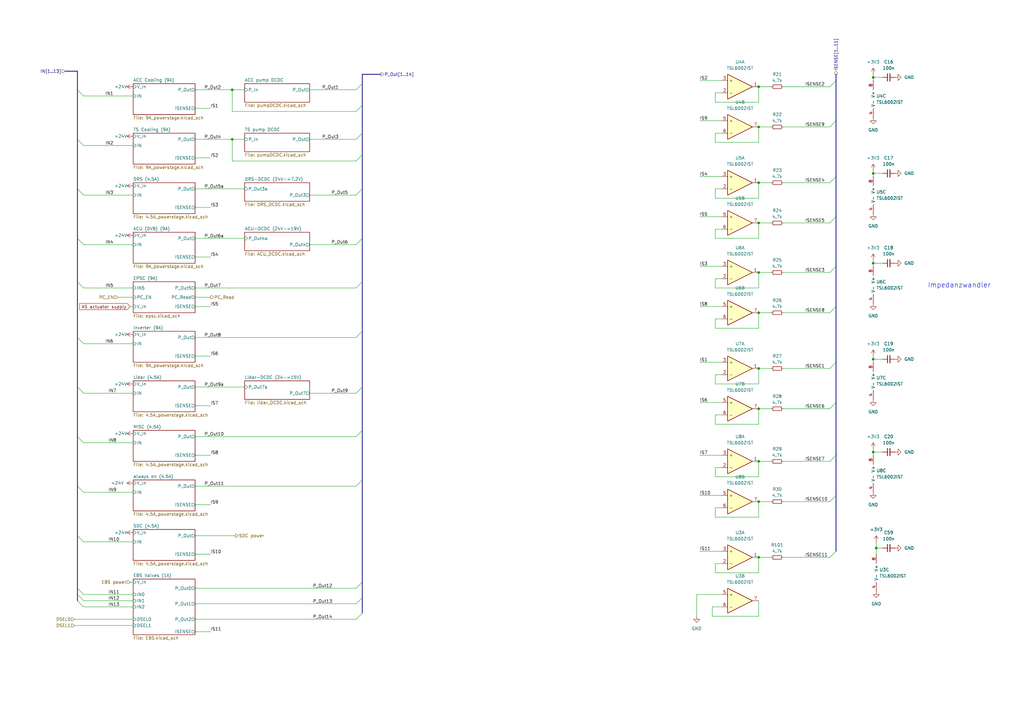
<source format=kicad_sch>
(kicad_sch (version 20231120) (generator "eeschema") (generator_version "8.0")
  (paper "A3")
  (title_block (title "PDU FT25") (date "2025-01-15") (rev "V1.2") (company "Janek Herm") (comment 1 "FaSTTUBe Electronics"))
  (lib_symbols
    (symbol "Device:C_Small" (pin_numbers hide) (pin_names (offset 0.254) hide)
      (property "Reference" "C" (at 0.254 1.778 0))
      (property "Value" "C_Small" (at 0.254 -2.032 0))
      (symbol "C_Small_0_1"
        (polyline (pts (xy -1.524 -0.508) (xy 1.524 -0.508)) (stroke (width 0.3302)))
        (polyline (pts (xy -1.524 0.508) (xy 1.524 0.508)) (stroke (width 0.3048)))
      )
      (symbol "C_Small_1_1"
        (pin passive line (at 0 2.54 270) (length 2.032) (name "~") (number "1"))
        (pin passive line (at 0 -2.54 90) (length 2.032) (name "~") (number "2"))
      )
    )
    (symbol "Device:Opamp_Dual"
      (property "Reference" "U" (at 0 5.08 0))
      (property "Value" "Opamp_Dual" (at 0 -5.08 0))
      (symbol "Opamp_Dual_1_1"
        (polyline (pts (xy -5.08 5.08) (xy 5.08 0) (xy -5.08 -5.08) (xy -5.08 5.08)) (stroke (width 0.254)) (fill (type background)))
        (pin output line (at 7.62 0 180) (length 2.54) (name "~") (number "1"))
        (pin input line (at -7.62 -2.54 0) (length 2.54) (name "-") (number "2"))
        (pin input line (at -7.62 2.54 0) (length 2.54) (name "+") (number "3"))
      )
      (symbol "Opamp_Dual_2_1"
        (polyline (pts (xy -5.08 5.08) (xy 5.08 0) (xy -5.08 -5.08) (xy -5.08 5.08)) (stroke (width 0.254)) (fill (type background)))
        (pin input line (at -7.62 2.54 0) (length 2.54) (name "+") (number "5"))
        (pin input line (at -7.62 -2.54 0) (length 2.54) (name "-") (number "6"))
        (pin output line (at 7.62 0 180) (length 2.54) (name "~") (number "7"))
      )
      (symbol "Opamp_Dual_3_1"
        (pin power_in line (at -2.54 -7.62 90) (length 3.81) (name "V-") (number "4"))
        (pin power_in line (at -2.54 7.62 270) (length 3.81) (name "V+") (number "8"))
      )
    )
    (symbol "Device:R_Small" (pin_numbers hide) (pin_names (offset 0.254) hide)
      (property "Reference" "R" (at 0.762 0.508 0))
      (property "Value" "R_Small" (at 0.762 -1.016 0))
      (symbol "R_Small_0_1"
        (rectangle (start -0.762 1.778) (end 0.762 -1.778) (stroke (width 0.2032)))
      )
      (symbol "R_Small_1_1"
        (pin passive line (at 0 2.54 270) (length 0.762) (name "~") (number "1"))
        (pin passive line (at 0 -2.54 90) (length 0.762) (name "~") (number "2"))
      )
    )
    (symbol "power:+12V" (power) (pin_numbers hide) (pin_names (offset 0) hide)
      (property "Value" "+12V" (at 0 3.556 0))
      (symbol "+12V_0_1"
        (polyline (pts (xy -0.762 1.27) (xy 0 2.54)))
        (polyline (pts (xy 0 0) (xy 0 2.54)))
        (polyline (pts (xy 0 2.54) (xy 0.762 1.27)))
      )
      (symbol "+12V_1_1"
        (pin power_in line (at 0 0 90) (length 0) (name "~") (number "1"))
      )
    )
    (symbol "power:+24V" (power) (pin_numbers hide) (pin_names (offset 0) hide)
      (property "Value" "+24V" (at 0 3.556 0))
      (symbol "+24V_0_1"
        (polyline (pts (xy -0.762 1.27) (xy 0 2.54)))
        (polyline (pts (xy 0 0) (xy 0 2.54)))
        (polyline (pts (xy 0 2.54) (xy 0.762 1.27)))
      )
      (symbol "+24V_1_1"
        (pin power_in line (at 0 0 90) (length 0) (name "~") (number "1"))
      )
    )
    (symbol "power:+3.3V" (power) (pin_numbers hide) (pin_names (offset 0) hide)
      (property "Value" "+3.3V" (at 0 3.556 0))
      (symbol "+3.3V_0_1"
        (polyline (pts (xy -0.762 1.27) (xy 0 2.54)))
        (polyline (pts (xy 0 0) (xy 0 2.54)))
        (polyline (pts (xy 0 2.54) (xy 0.762 1.27)))
      )
      (symbol "+3.3V_1_1"
        (pin power_in line (at 0 0 90) (length 0) (name "~") (number "1"))
      )
    )
    (symbol "power:GND" (power) (pin_numbers hide) (pin_names (offset 0) hide)
      (property "Value" "GND" (at 0 -3.81 0))
      (symbol "GND_0_1"
        (polyline (pts (xy 0 0) (xy 0 -1.27) (xy 1.27 -1.27) (xy 0 -2.54) (xy -1.27 -1.27) (xy 0 -1.27)))
      )
      (symbol "GND_1_1"
        (pin power_in line (at 0 0 270) (length 0) (name "~") (number "1"))
      )
    )
  )
  (junction (at 311.15 111.76))
  (junction (at 358.14 71.12))
  (junction (at 358.14 31.75))
  (junction (at 358.14 185.42))
  (junction (at 311.15 128.27))
  (junction (at 95.25 36.83))
  (junction (at 95.25 57.15))
  (junction (at 311.15 52.07))
  (junction (at 311.15 205.74))
  (junction (at 311.15 228.6))
  (junction (at 359.41 224.79))
  (junction (at 311.15 151.13))
  (junction (at 311.15 91.44))
  (junction (at 311.15 35.56))
  (junction (at 358.14 147.32))
  (junction (at 358.14 107.95))
  (junction (at 311.15 74.93))
  (junction (at 311.15 189.23))
  (junction (at 311.15 167.64))
  (bus_entry (at 340.36 228.6) (size 2.54 -2.54))
  (bus_entry (at 31.75 199.39) (size 2.54 2.54))
  (bus_entry (at 34.29 80.01) (size -2.54 -2.54))
  (bus_entry (at 31.75 219.71) (size 2.54 2.54))
  (bus_entry (at 146.05 254) (size 2.54 -2.54))
  (bus_entry (at 34.29 140.97) (size -2.54 -2.54))
  (bus_entry (at 146.05 247.65) (size 2.54 -2.54))
  (bus_entry (at 340.36 151.13) (size 2.54 -2.54))
  (bus_entry (at 146.05 179.07) (size 2.54 -2.54))
  (bus_entry (at 340.36 189.23) (size 2.54 -2.54))
  (bus_entry (at 146.05 100.33) (size 2.54 -2.54))
  (bus_entry (at 146.05 199.39) (size 2.54 -2.54))
  (bus_entry (at 340.36 111.76) (size 2.54 -2.54))
  (bus_entry (at 340.36 205.74) (size 2.54 -2.54))
  (bus_entry (at 340.36 74.93) (size 2.54 -2.54))
  (bus_entry (at 34.29 118.11) (size -2.54 -2.54))
  (bus_entry (at 146.05 118.11) (size 2.54 -2.54))
  (bus_entry (at 340.36 52.07) (size 2.54 -2.54))
  (bus_entry (at 34.29 100.33) (size -2.54 -2.54))
  (bus_entry (at 146.05 57.15) (size 2.54 -2.54))
  (bus_entry (at 146.05 161.29) (size 2.54 -2.54))
  (bus_entry (at 146.05 66.04) (size 2.54 -2.54))
  (bus_entry (at 146.05 241.3) (size 2.54 -2.54))
  (bus_entry (at 340.36 167.64) (size 2.54 -2.54))
  (bus_entry (at 31.75 179.07) (size 2.54 2.54))
  (bus_entry (at 34.29 39.37) (size -2.54 -2.54))
  (bus_entry (at 146.05 80.01) (size 2.54 -2.54))
  (bus_entry (at 340.36 91.44) (size 2.54 -2.54))
  (bus_entry (at 31.75 243.84) (size 2.54 2.54))
  (bus_entry (at 31.75 246.38) (size 2.54 2.54))
  (bus_entry (at 31.75 241.3) (size 2.54 2.54))
  (bus_entry (at 146.05 45.72) (size 2.54 -2.54))
  (bus_entry (at 340.36 128.27) (size 2.54 -2.54))
  (bus_entry (at 340.36 35.56) (size 2.54 -2.54))
  (bus_entry (at 34.29 59.69) (size -2.54 -2.54))
  (bus_entry (at 146.05 138.43) (size 2.54 -2.54))
  (bus_entry (at 146.05 36.83) (size 2.54 -2.54))
  (bus_entry (at 31.75 158.75) (size 2.54 2.54))
  (wire (pts (xy 293.37 130.81) (xy 293.37 134.62)))
  (bus (pts (xy 342.9 88.9) (xy 342.9 109.22)))
  (wire (pts (xy 311.15 189.23) (xy 311.15 195.58)))
  (bus (pts (xy 342.9 125.73) (xy 342.9 148.59)))
  (wire (pts (xy 321.31 52.07) (xy 340.36 52.07)))
  (wire (pts (xy 311.15 151.13) (xy 311.15 157.48)))
  (wire (pts (xy 34.29 100.33) (xy 54.61 100.33)))
  (wire (pts (xy 311.15 234.95) (xy 311.15 228.6)))
  (wire (pts (xy 321.31 205.74) (xy 340.36 205.74)))
  (bus (pts (xy 342.9 148.59) (xy 342.9 165.1)))
  (bus (pts (xy 31.75 243.84) (xy 31.75 246.38)))
  (wire (pts (xy 358.14 30.48) (xy 358.14 31.75)))
  (wire (pts (xy 311.15 205.74) (xy 311.15 212.09)))
  (wire (pts (xy 359.41 224.79) (xy 361.95 224.79)))
  (wire (pts (xy 295.91 248.92) (xy 292.1 248.92)))
  (wire (pts (xy 311.15 128.27) (xy 311.15 134.62)))
  (wire (pts (xy 293.37 81.28) (xy 311.15 81.28)))
  (bus (pts (xy 31.75 241.3) (xy 31.75 243.84)))
  (wire (pts (xy 293.37 54.61) (xy 293.37 58.42)))
  (wire (pts (xy 311.15 74.93) (xy 316.23 74.93)))
  (wire (pts (xy 287.02 33.02) (xy 295.91 33.02)))
  (wire (pts (xy 287.02 226.06) (xy 295.91 226.06)))
  (wire (pts (xy 311.15 189.23) (xy 316.23 189.23)))
  (wire (pts (xy 95.25 45.72) (xy 146.05 45.72)))
  (wire (pts (xy 95.25 36.83) (xy 100.33 36.83)))
  (wire (pts (xy 293.37 195.58) (xy 311.15 195.58)))
  (wire (pts (xy 80.01 146.05) (xy 86.36 146.05)))
  (bus (pts (xy 148.59 63.5) (xy 148.59 77.47)))
  (wire (pts (xy 295.91 231.14) (xy 293.37 231.14)))
  (wire (pts (xy 292.1 248.92) (xy 292.1 252.73)))
  (wire (pts (xy 53.34 238.76) (xy 54.61 238.76)))
  (wire (pts (xy 34.29 80.01) (xy 54.61 80.01)))
  (wire (pts (xy 295.91 114.3) (xy 293.37 114.3)))
  (wire (pts (xy 285.75 243.84) (xy 295.91 243.84)))
  (wire (pts (xy 295.91 191.77) (xy 293.37 191.77)))
  (wire (pts (xy 311.15 35.56) (xy 316.23 35.56)))
  (wire (pts (xy 295.91 130.81) (xy 293.37 130.81)))
  (wire (pts (xy 295.91 54.61) (xy 293.37 54.61)))
  (wire (pts (xy 311.15 111.76) (xy 316.23 111.76)))
  (bus (pts (xy 148.59 238.76) (xy 148.59 245.11)))
  (wire (pts (xy 295.91 170.18) (xy 293.37 170.18)))
  (wire (pts (xy 287.02 148.59) (xy 295.91 148.59)))
  (bus (pts (xy 156.21 30.48) (xy 148.59 30.48)))
  (wire (pts (xy 358.14 107.95) (xy 361.95 107.95)))
  (wire (pts (xy 295.91 208.28) (xy 293.37 208.28)))
  (wire (pts (xy 358.14 69.85) (xy 358.14 71.12)))
  (wire (pts (xy 293.37 212.09) (xy 311.15 212.09)))
  (wire (pts (xy 30.48 254) (xy 54.61 254)))
  (wire (pts (xy 80.01 77.47) (xy 100.33 77.47)))
  (bus (pts (xy 342.9 72.39) (xy 342.9 88.9)))
  (wire (pts (xy 80.01 44.45) (xy 86.36 44.45)))
  (bus (pts (xy 148.59 158.75) (xy 148.59 176.53)))
  (wire (pts (xy 321.31 151.13) (xy 340.36 151.13)))
  (wire (pts (xy 358.14 185.42) (xy 358.14 186.69)))
  (wire (pts (xy 321.31 228.6) (xy 340.36 228.6)))
  (wire (pts (xy 127 57.15) (xy 146.05 57.15)))
  (wire (pts (xy 80.01 179.07) (xy 146.05 179.07)))
  (wire (pts (xy 287.02 125.73) (xy 295.91 125.73)))
  (wire (pts (xy 287.02 109.22) (xy 295.91 109.22)))
  (wire (pts (xy 358.14 71.12) (xy 361.95 71.12)))
  (wire (pts (xy 80.01 138.43) (xy 146.05 138.43)))
  (bus (pts (xy 342.9 109.22) (xy 342.9 125.73)))
  (wire (pts (xy 311.15 167.64) (xy 316.23 167.64)))
  (wire (pts (xy 311.15 52.07) (xy 311.15 58.42)))
  (wire (pts (xy 358.14 31.75) (xy 361.95 31.75)))
  (wire (pts (xy 34.29 243.84) (xy 54.61 243.84)))
  (bus (pts (xy 31.75 57.15) (xy 31.75 77.47)))
  (bus (pts (xy 31.75 29.21) (xy 31.75 36.83)))
  (wire (pts (xy 321.31 128.27) (xy 340.36 128.27)))
  (bus (pts (xy 148.59 196.85) (xy 148.59 238.76)))
  (wire (pts (xy 287.02 72.39) (xy 295.91 72.39)))
  (wire (pts (xy 311.15 52.07) (xy 316.23 52.07)))
  (wire (pts (xy 80.01 105.41) (xy 86.36 105.41)))
  (wire (pts (xy 359.41 222.25) (xy 359.41 224.79)))
  (wire (pts (xy 293.37 157.48) (xy 311.15 157.48)))
  (wire (pts (xy 311.15 205.74) (xy 316.23 205.74)))
  (wire (pts (xy 80.01 125.73) (xy 86.36 125.73)))
  (wire (pts (xy 293.37 97.79) (xy 311.15 97.79)))
  (wire (pts (xy 80.01 158.75) (xy 100.33 158.75)))
  (wire (pts (xy 295.91 93.98) (xy 293.37 93.98)))
  (bus (pts (xy 31.75 179.07) (xy 31.75 199.39)))
  (wire (pts (xy 80.01 207.01) (xy 86.36 207.01)))
  (bus (pts (xy 26.67 29.21) (xy 31.75 29.21)))
  (wire (pts (xy 287.02 186.69) (xy 295.91 186.69)))
  (wire (pts (xy 293.37 58.42) (xy 311.15 58.42)))
  (bus (pts (xy 31.75 97.79) (xy 31.75 115.57)))
  (wire (pts (xy 293.37 234.95) (xy 311.15 234.95)))
  (bus (pts (xy 148.59 176.53) (xy 148.59 196.85)))
  (wire (pts (xy 34.29 59.69) (xy 54.61 59.69)))
  (bus (pts (xy 342.9 186.69) (xy 342.9 203.2)))
  (wire (pts (xy 358.14 147.32) (xy 358.14 148.59)))
  (wire (pts (xy 295.91 153.67) (xy 293.37 153.67)))
  (bus (pts (xy 31.75 219.71) (xy 31.75 241.3)))
  (wire (pts (xy 292.1 252.73) (xy 311.15 252.73)))
  (wire (pts (xy 321.31 91.44) (xy 340.36 91.44)))
  (wire (pts (xy 285.75 243.84) (xy 285.75 252.73)))
  (bus (pts (xy 148.59 245.11) (xy 148.59 251.46)))
  (wire (pts (xy 80.01 247.65) (xy 146.05 247.65)))
  (wire (pts (xy 293.37 153.67) (xy 293.37 157.48)))
  (wire (pts (xy 34.29 39.37) (xy 54.61 39.37)))
  (wire (pts (xy 293.37 38.1) (xy 293.37 41.91)))
  (wire (pts (xy 34.29 222.25) (xy 54.61 222.25)))
  (wire (pts (xy 293.37 208.28) (xy 293.37 212.09)))
  (wire (pts (xy 80.01 64.77) (xy 86.36 64.77)))
  (wire (pts (xy 95.25 57.15) (xy 95.25 66.04)))
  (bus (pts (xy 342.9 165.1) (xy 342.9 186.69)))
  (wire (pts (xy 80.01 254) (xy 146.05 254)))
  (wire (pts (xy 34.29 118.11) (xy 54.61 118.11)))
  (wire (pts (xy 30.48 256.54) (xy 54.61 256.54)))
  (wire (pts (xy 311.15 252.73) (xy 311.15 246.38)))
  (wire (pts (xy 358.14 184.15) (xy 358.14 185.42)))
  (wire (pts (xy 321.31 74.93) (xy 340.36 74.93)))
  (wire (pts (xy 358.14 71.12) (xy 358.14 72.39)))
  (wire (pts (xy 293.37 134.62) (xy 311.15 134.62)))
  (bus (pts (xy 148.59 43.18) (xy 148.59 54.61)))
  (wire (pts (xy 287.02 165.1) (xy 295.91 165.1)))
  (bus (pts (xy 148.59 77.47) (xy 148.59 97.79)))
  (wire (pts (xy 311.15 111.76) (xy 311.15 118.11)))
  (wire (pts (xy 321.31 111.76) (xy 340.36 111.76)))
  (wire (pts (xy 287.02 49.53) (xy 295.91 49.53)))
  (wire (pts (xy 80.01 121.92) (xy 86.36 121.92)))
  (wire (pts (xy 80.01 118.11) (xy 146.05 118.11)))
  (bus (pts (xy 31.75 158.75) (xy 31.75 179.07)))
  (wire (pts (xy 295.91 77.47) (xy 293.37 77.47)))
  (wire (pts (xy 293.37 170.18) (xy 293.37 173.99)))
  (bus (pts (xy 342.9 33.02) (xy 342.9 49.53)))
  (wire (pts (xy 80.01 219.71) (xy 96.52 219.71)))
  (wire (pts (xy 127 100.33) (xy 146.05 100.33)))
  (bus (pts (xy 31.75 36.83) (xy 31.75 57.15)))
  (wire (pts (xy 95.25 66.04) (xy 146.05 66.04)))
  (wire (pts (xy 34.29 181.61) (xy 54.61 181.61)))
  (wire (pts (xy 293.37 41.91) (xy 311.15 41.91)))
  (wire (pts (xy 293.37 118.11) (xy 311.15 118.11)))
  (wire (pts (xy 34.29 246.38) (xy 54.61 246.38)))
  (bus (pts (xy 342.9 203.2) (xy 342.9 226.06)))
  (wire (pts (xy 293.37 231.14) (xy 293.37 234.95)))
  (wire (pts (xy 358.14 185.42) (xy 361.95 185.42)))
  (bus (pts (xy 148.59 135.89) (xy 148.59 158.75)))
  (wire (pts (xy 53.34 125.73) (xy 54.61 125.73)))
  (wire (pts (xy 311.15 74.93) (xy 311.15 81.28)))
  (wire (pts (xy 80.01 36.83) (xy 95.25 36.83)))
  (wire (pts (xy 95.25 57.15) (xy 100.33 57.15)))
  (wire (pts (xy 293.37 93.98) (xy 293.37 97.79)))
  (wire (pts (xy 295.91 38.1) (xy 293.37 38.1)))
  (bus (pts (xy 148.59 34.29) (xy 148.59 43.18)))
  (wire (pts (xy 54.61 201.93) (xy 34.29 201.93)))
  (wire (pts (xy 358.14 147.32) (xy 361.95 147.32)))
  (wire (pts (xy 293.37 173.99) (xy 311.15 173.99)))
  (wire (pts (xy 127 80.01) (xy 146.05 80.01)))
  (wire (pts (xy 80.01 199.39) (xy 146.05 199.39)))
  (wire (pts (xy 80.01 57.15) (xy 95.25 57.15)))
  (bus (pts (xy 31.75 77.47) (xy 31.75 97.79)))
  (wire (pts (xy 293.37 191.77) (xy 293.37 195.58)))
  (bus (pts (xy 342.9 49.53) (xy 342.9 72.39)))
  (bus (pts (xy 148.59 97.79) (xy 148.59 115.57)))
  (bus (pts (xy 148.59 30.48) (xy 148.59 34.29)))
  (wire (pts (xy 80.01 186.69) (xy 86.36 186.69)))
  (wire (pts (xy 287.02 203.2) (xy 295.91 203.2)))
  (bus (pts (xy 148.59 115.57) (xy 148.59 135.89)))
  (wire (pts (xy 321.31 35.56) (xy 340.36 35.56)))
  (wire (pts (xy 358.14 146.05) (xy 358.14 147.32)))
  (wire (pts (xy 80.01 241.3) (xy 146.05 241.3)))
  (wire (pts (xy 80.01 259.08) (xy 86.36 259.08)))
  (bus (pts (xy 31.75 199.39) (xy 31.75 219.71)))
  (bus (pts (xy 31.75 138.43) (xy 31.75 158.75)))
  (wire (pts (xy 311.15 91.44) (xy 311.15 97.79)))
  (wire (pts (xy 80.01 166.37) (xy 86.36 166.37)))
  (wire (pts (xy 311.15 167.64) (xy 311.15 173.99)))
  (wire (pts (xy 358.14 31.75) (xy 358.14 33.02)))
  (wire (pts (xy 311.15 91.44) (xy 316.23 91.44)))
  (wire (pts (xy 34.29 140.97) (xy 54.61 140.97)))
  (wire (pts (xy 321.31 189.23) (xy 340.36 189.23)))
  (wire (pts (xy 359.41 224.79) (xy 359.41 227.33)))
  (wire (pts (xy 358.14 106.68) (xy 358.14 107.95)))
  (wire (pts (xy 95.25 36.83) (xy 95.25 45.72)))
  (wire (pts (xy 311.15 35.56) (xy 311.15 41.91)))
  (wire (pts (xy 293.37 77.47) (xy 293.37 81.28)))
  (wire (pts (xy 80.01 227.33) (xy 86.36 227.33)))
  (wire (pts (xy 287.02 88.9) (xy 295.91 88.9)))
  (bus (pts (xy 31.75 115.57) (xy 31.75 138.43)))
  (wire (pts (xy 311.15 151.13) (xy 316.23 151.13)))
  (wire (pts (xy 34.29 161.29) (xy 54.61 161.29)))
  (wire (pts (xy 358.14 107.95) (xy 358.14 109.22)))
  (wire (pts (xy 34.29 248.92) (xy 54.61 248.92)))
  (wire (pts (xy 321.31 167.64) (xy 340.36 167.64)))
  (wire (pts (xy 80.01 85.09) (xy 86.36 85.09)))
  (wire (pts (xy 80.01 97.79) (xy 100.33 97.79)))
  (bus (pts (xy 148.59 54.61) (xy 148.59 63.5)))
  (wire (pts (xy 311.15 128.27) (xy 316.23 128.27)))
  (wire (pts (xy 127 161.29) (xy 146.05 161.29)))
  (wire (pts (xy 293.37 114.3) (xy 293.37 118.11)))
  (wire (pts (xy 48.26 121.92) (xy 54.61 121.92)))
  (wire (pts (xy 311.15 228.6) (xy 316.23 228.6)))
  (wire (pts (xy 127 36.83) (xy 146.05 36.83)))
  (bus (pts (xy 342.9 30.48) (xy 342.9 33.02)))
  (text "Impedanzwandler" (at 393.446 117.094 0) (effects (font (size 2 2))))
  (label "P_Out10" (at 83.82 179.07 0))
  (label "ISENSE10" (at 330.2 205.74 0))
  (label "IS2" (at 86.36 64.77 0))
  (label "IN2" (at 43.18 59.69 0))
  (label "IS6" (at 86.36 146.05 0))
  (label "P_Out7" (at 83.82 118.11 0))
  (label "IS10" (at 287.02 203.2 0))
  (label "P_Out14" (at 128.27 254 0))
  (label "IS1" (at 86.36 44.45 0))
  (label "ISENSE9" (at 330.2 52.07 0))
  (label "IS7" (at 86.36 166.37 0))
  (label "P_Out2" (at 83.82 36.83 0))
  (label "IN4" (at 43.18 100.33 0))
  (label "IN10" (at 44.45 222.25 0))
  (label "IS5" (at 86.36 125.73 0))
  (label "P_Out4" (at 83.82 57.15 0))
  (label "IS9" (at 287.02 49.53 0))
  (label "IS7" (at 287.02 186.69 0))
  (label "P_Out9a" (at 83.82 158.75 0))
  (label "IN8" (at 44.45 181.61 0))
  (label "IS1" (at 287.02 148.59 0))
  (label "IN13" (at 44.45 248.92 0))
  (label "IS8" (at 86.36 186.69 0))
  (label "IS2" (at 287.02 33.02 0))
  (label "IS3" (at 287.02 109.22 0))
  (label "P_Out5" (at 135.89 80.01 0))
  (label "IS11" (at 287.02 226.06 0))
  (label "ISENSE4" (at 330.2 74.93 0))
  (label "IN6" (at 43.18 140.97 0))
  (label "IS5" (at 287.02 88.9 0))
  (label "IS8" (at 287.02 125.73 0))
  (label "P_Out1" (at 132.08 36.83 0))
  (label "P_Out5a" (at 83.82 77.47 0))
  (label "P_Out8" (at 83.82 138.43 0))
  (label "IS10" (at 86.36 227.33 0))
  (label "P_Out3" (at 132.08 57.15 0))
  (label "IN9" (at 44.45 201.93 0))
  (label "IN3" (at 43.18 80.01 0))
  (label "IS6" (at 287.02 165.1 0))
  (label "IS4" (at 86.36 105.41 0))
  (label "P_Out9" (at 135.89 161.29 0))
  (label "ISENSE3" (at 330.2 111.76 0))
  (label "ISENSE11" (at 330.2 228.6 0))
  (label "IN12" (at 44.45 246.38 0))
  (label "P_Out13" (at 128.27 247.65 0))
  (label "P_Out6" (at 135.89 100.33 0))
  (label "IS4" (at 287.02 72.39 0))
  (label "P_Out11" (at 83.82 199.39 0))
  (label "IS9" (at 86.36 207.01 0))
  (label "IN7" (at 44.45 161.29 0))
  (label "ISENSE2" (at 330.2 35.56 0))
  (label "P_Out12" (at 128.27 241.3 0))
  (label "IS3" (at 86.36 85.09 0))
  (label "IN1" (at 43.18 39.37 0))
  (label "ISENSE8" (at 330.2 128.27 0))
  (label "ISENSE1" (at 330.2 151.13 0))
  (label "P_Out6a" (at 83.82 97.79 0))
  (label "ISENSE7" (at 330.2 189.23 0))
  (label "IN5" (at 43.18 118.11 0))
  (label "IS11" (at 86.36 259.08 0))
  (label "IN11" (at 44.45 243.84 0))
  (label "ISENSE5" (at 330.2 91.44 0))
  (label "ISENSE6" (at 330.2 167.64 0))
  (global_label "AS actuator supply" (shape input) (at 53.34 125.73 180) (property "Intersheetrefs" "${INTERSHEET_REFS}" (effects (hide yes))))
  (hierarchical_label "PC_EN" (shape input) (at 48.26 121.92 180))
  (hierarchical_label "ISENSE[1..11]" (shape output) (at 342.9 30.48 90))
  (hierarchical_label "PC_Read" (shape output) (at 86.36 121.92 0))
  (hierarchical_label "DSEL0" (shape input) (at 30.48 254 180))
  (hierarchical_label "DSEL1" (shape input) (at 30.48 256.54 180))
  (hierarchical_label "P_Out[1..14]" (shape output) (at 156.21 30.48 0))
  (hierarchical_label "IN[1..13]" (shape input) (at 26.67 29.21 180))
  (hierarchical_label "SDC power" (shape output) (at 96.52 219.71 0))
  (hierarchical_label "EBS power" (shape input) (at 53.34 238.76 180) (effects (font (thickness 0.1588))))
  (symbol (lib_id "power:GND") (at 367.03 147.32 90) (unit 1)
    (property "Reference" "#PWR061" (effects (hide yes)))
    (property "Value" "GND" (at 370.84 147.3199 90) (effects (justify right)))
    (property "Description" "Power symbol creates a global label with name \"GND\" , ground" (effects (hide yes)))
  )
  (symbol (lib_id "Device:C_Small") (at 364.49 224.79 90) (unit 1)
    (property "Reference" "C59" (at 364.4963 218.44 90))
    (property "Value" "100n" (at 364.4963 220.98 90))
    (property "Footprint" "Capacitor_SMD:C_0603_1608Metric" (effects (hide yes)))
    (property "Description" "Unpolarized capacitor, small symbol" (effects (hide yes)))
  )
  (symbol (lib_id "power:+12V") (at 54.61 76.2 90) (unit 1)
    (property "Reference" "#PWR053" (effects (hide yes)))
    (property "Value" "+24V" (at 49.53 76.2 90))
    (property "Description" "Power symbol creates a global label with name \"+12V\"" (effects (hide yes)))
  )
  (symbol (lib_id "Device:Opamp_Dual") (at 360.68 194.31 0) (unit 3)
    (property "Reference" "U8" (at 359.41 193.0399 0) (effects (justify left)))
    (property "Value" "TSL6002IST" (at 359.41 195.5799 0) (effects (justify left)))
    (property "Footprint" "TSL6002IST:SOP65P490X110-8N" (effects (hide yes)))
    (property "Datasheet" "https://www.st.com/resource/en/datasheet/tsl6001.pdf" (effects (hide yes)))
    (property "Description" "Dual operational amplifier" (effects (hide yes)))
    (property "Sim.Library" "${KICAD7_SYMBOL_DIR}/Simulation_SPICE.sp" (effects (hide yes)))
    (property "Sim.Name" "kicad_builtin_opamp_dual" (effects (hide yes)))
    (property "Sim.Device" "SUBCKT" (effects (hide yes)))
    (property "Sim.Pins" "1=out1 2=in1- 3=in1+ 4=vee 5=in2+ 6=in2- 7=out2 8=vcc" (effects (hide yes)))
  )
  (symbol (lib_id "Device:R_Small") (at 318.77 128.27 90) (unit 1)
    (property "Reference" "R26" (at 318.77 123.19 90))
    (property "Value" "4.7k" (at 318.77 125.73 90))
    (property "Footprint" "Resistor_SMD:R_0603_1608Metric" (effects (hide yes)))
    (property "Description" "Resistor, small symbol" (effects (hide yes)))
  )
  (symbol (lib_id "Device:C_Small") (at 364.49 31.75 90) (unit 1)
    (property "Reference" "C16" (at 364.4963 25.4 90))
    (property "Value" "100n" (at 364.4963 27.94 90))
    (property "Footprint" "Capacitor_SMD:C_0603_1608Metric" (effects (hide yes)))
    (property "Description" "Unpolarized capacitor, small symbol" (effects (hide yes)))
  )
  (symbol (lib_id "power:+24V") (at 54.61 198.12 90) (unit 1)
    (property "Reference" "#PWR067" (effects (hide yes)))
    (property "Value" "+24V" (at 50.8 198.1199 90) (effects (justify left)))
    (property "Description" "Power symbol creates a global label with name \"+24V\"" (effects (hide yes)))
  )
  (symbol (lib_id "power:+3.3V") (at 358.14 184.15 0) (unit 1)
    (property "Reference" "#PWR065" (effects (hide yes)))
    (property "Value" "+3V3" (at 358.14 179.07 0))
    (property "Description" "Power symbol creates a global label with name \"+3.3V\"" (effects (hide yes)))
  )
  (symbol (lib_id "power:GND") (at 358.14 48.26 0) (unit 1)
    (property "Reference" "#PWR049" (effects (hide yes)))
    (property "Value" "GND" (at 358.14 53.34 0))
    (property "Description" "Power symbol creates a global label with name \"GND\" , ground" (effects (hide yes)))
  )
  (symbol (lib_id "Device:Opamp_Dual") (at 361.95 234.95 0) (unit 3)
    (property "Reference" "U3" (at 360.68 233.6799 0) (effects (justify left)))
    (property "Value" "TSL6002IST" (at 360.68 236.2199 0) (effects (justify left)))
    (property "Footprint" "TSL6002IST:SOP65P490X110-8N" (effects (hide yes)))
    (property "Datasheet" "https://www.st.com/resource/en/datasheet/tsl6001.pdf" (effects (hide yes)))
    (property "Description" "Dual operational amplifier" (effects (hide yes)))
    (property "Sim.Library" "${KICAD7_SYMBOL_DIR}/Simulation_SPICE.sp" (effects (hide yes)))
    (property "Sim.Name" "kicad_builtin_opamp_dual" (effects (hide yes)))
    (property "Sim.Device" "SUBCKT" (effects (hide yes)))
    (property "Sim.Pins" "1=out1 2=in1- 3=in1+ 4=vee 5=in2+ 6=in2- 7=out2 8=vcc" (effects (hide yes)))
  )
  (symbol (lib_id "Device:Opamp_Dual") (at 303.53 91.44 0) (unit 2)
    (property "Reference" "U5" (at 303.53 81.28 0))
    (property "Value" "TSL6002IST" (at 303.53 83.82 0))
    (property "Footprint" "TSL6002IST:SOP65P490X110-8N" (effects (hide yes)))
    (property "Datasheet" "https://www.st.com/resource/en/datasheet/tsl6001.pdf" (effects (hide yes)))
    (property "Description" "Dual operational amplifier" (effects (hide yes)))
    (property "Sim.Library" "${KICAD7_SYMBOL_DIR}/Simulation_SPICE.sp" (effects (hide yes)))
    (property "Sim.Name" "kicad_builtin_opamp_dual" (effects (hide yes)))
    (property "Sim.Device" "SUBCKT" (effects (hide yes)))
    (property "Sim.Pins" "1=out1 2=in1- 3=in1+ 4=vee 5=in2+ 6=in2- 7=out2 8=vcc" (effects (hide yes)))
  )
  (symbol (lib_id "power:+3.3V") (at 358.14 69.85 0) (unit 1)
    (property "Reference" "#PWR051" (effects (hide yes)))
    (property "Value" "+3V3" (at 358.14 64.77 0))
    (property "Description" "Power symbol creates a global label with name \"+3.3V\"" (effects (hide yes)))
  )
  (symbol (lib_id "Device:Opamp_Dual") (at 360.68 80.01 0) (unit 3)
    (property "Reference" "U5" (at 359.41 78.7399 0) (effects (justify left)))
    (property "Value" "TSL6002IST" (at 359.41 81.2799 0) (effects (justify left)))
    (property "Footprint" "TSL6002IST:SOP65P490X110-8N" (effects (hide yes)))
    (property "Datasheet" "https://www.st.com/resource/en/datasheet/tsl6001.pdf" (effects (hide yes)))
    (property "Description" "Dual operational amplifier" (effects (hide yes)))
    (property "Sim.Library" "${KICAD7_SYMBOL_DIR}/Simulation_SPICE.sp" (effects (hide yes)))
    (property "Sim.Name" "kicad_builtin_opamp_dual" (effects (hide yes)))
    (property "Sim.Device" "SUBCKT" (effects (hide yes)))
    (property "Sim.Pins" "1=out1 2=in1- 3=in1+ 4=vee 5=in2+ 6=in2- 7=out2 8=vcc" (effects (hide yes)))
  )
  (symbol (lib_id "Device:C_Small") (at 364.49 185.42 90) (unit 1)
    (property "Reference" "C20" (at 364.4963 179.07 90))
    (property "Value" "100n" (at 364.4963 181.61 90))
    (property "Footprint" "Capacitor_SMD:C_0603_1608Metric" (effects (hide yes)))
    (property "Description" "Unpolarized capacitor, small symbol" (effects (hide yes)))
  )
  (symbol (lib_id "Device:R_Small") (at 318.77 111.76 90) (unit 1)
    (property "Reference" "R25" (at 318.77 106.68 90))
    (property "Value" "4.7k" (at 318.77 109.22 90))
    (property "Footprint" "Resistor_SMD:R_0603_1608Metric" (effects (hide yes)))
    (property "Description" "Resistor, small symbol" (effects (hide yes)))
  )
  (symbol (lib_id "Device:R_Small") (at 318.77 74.93 90) (unit 1)
    (property "Reference" "R23" (at 318.77 69.85 90))
    (property "Value" "4.7k" (at 318.77 72.39 90))
    (property "Footprint" "Resistor_SMD:R_0603_1608Metric" (effects (hide yes)))
    (property "Description" "Resistor, small symbol" (effects (hide yes)))
  )
  (symbol (lib_id "Device:Opamp_Dual") (at 303.53 35.56 0) (unit 1)
    (property "Reference" "U4" (at 303.53 25.4 0))
    (property "Value" "TSL6002IST" (at 303.53 27.94 0))
    (property "Footprint" "TSL6002IST:SOP65P490X110-8N" (effects (hide yes)))
    (property "Datasheet" "https://www.st.com/resource/en/datasheet/tsl6001.pdf" (effects (hide yes)))
    (property "Description" "Dual operational amplifier" (effects (hide yes)))
    (property "Sim.Library" "${KICAD7_SYMBOL_DIR}/Simulation_SPICE.sp" (effects (hide yes)))
    (property "Sim.Name" "kicad_builtin_opamp_dual" (effects (hide yes)))
    (property "Sim.Device" "SUBCKT" (effects (hide yes)))
    (property "Sim.Pins" "1=out1 2=in1- 3=in1+ 4=vee 5=in2+ 6=in2- 7=out2 8=vcc" (effects (hide yes)))
  )
  (symbol (lib_id "power:+12V") (at 54.61 137.16 90) (unit 1)
    (property "Reference" "#PWR059" (effects (hide yes)))
    (property "Value" "+24V" (at 49.53 137.16 90))
    (property "Description" "Power symbol creates a global label with name \"+12V\"" (effects (hide yes)))
  )
  (symbol (lib_id "Device:Opamp_Dual") (at 303.53 151.13 0) (unit 1)
    (property "Reference" "U7" (at 303.53 140.97 0))
    (property "Value" "TSL6002IST" (at 303.53 143.51 0))
    (property "Footprint" "TSL6002IST:SOP65P490X110-8N" (effects (hide yes)))
    (property "Datasheet" "https://www.st.com/resource/en/datasheet/tsl6001.pdf" (effects (hide yes)))
    (property "Description" "Dual operational amplifier" (effects (hide yes)))
    (property "Sim.Library" "${KICAD7_SYMBOL_DIR}/Simulation_SPICE.sp" (effects (hide yes)))
    (property "Sim.Name" "kicad_builtin_opamp_dual" (effects (hide yes)))
    (property "Sim.Device" "SUBCKT" (effects (hide yes)))
    (property "Sim.Pins" "1=out1 2=in1- 3=in1+ 4=vee 5=in2+ 6=in2- 7=out2 8=vcc" (effects (hide yes)))
  )
  (symbol (lib_id "Device:R_Small") (at 318.77 189.23 90) (unit 1)
    (property "Reference" "R29" (at 318.77 184.15 90))
    (property "Value" "4.7k" (at 318.77 186.69 90))
    (property "Footprint" "Resistor_SMD:R_0603_1608Metric" (effects (hide yes)))
    (property "Description" "Resistor, small symbol" (effects (hide yes)))
  )
  (symbol (lib_id "Device:Opamp_Dual") (at 360.68 156.21 0) (unit 3)
    (property "Reference" "U7" (at 359.41 154.9399 0) (effects (justify left)))
    (property "Value" "TSL6002IST" (at 359.41 157.4799 0) (effects (justify left)))
    (property "Footprint" "TSL6002IST:SOP65P490X110-8N" (effects (hide yes)))
    (property "Datasheet" "https://www.st.com/resource/en/datasheet/tsl6001.pdf" (effects (hide yes)))
    (property "Description" "Dual operational amplifier" (effects (hide yes)))
    (property "Sim.Library" "${KICAD7_SYMBOL_DIR}/Simulation_SPICE.sp" (effects (hide yes)))
    (property "Sim.Name" "kicad_builtin_opamp_dual" (effects (hide yes)))
    (property "Sim.Device" "SUBCKT" (effects (hide yes)))
    (property "Sim.Pins" "1=out1 2=in1- 3=in1+ 4=vee 5=in2+ 6=in2- 7=out2 8=vcc" (effects (hide yes)))
  )
  (symbol (lib_id "power:+12V") (at 54.61 35.56 90) (unit 1)
    (property "Reference" "#PWR048" (effects (hide yes)))
    (property "Value" "+24V" (at 49.53 35.56 90))
    (property "Description" "Power symbol creates a global label with name \"+12V\"" (effects (hide yes)))
  )
  (symbol (lib_id "power:+12V") (at 54.61 55.88 90) (unit 1)
    (property "Reference" "#PWR050" (effects (hide yes)))
    (property "Value" "+24V" (at 49.53 55.88 90))
    (property "Description" "Power symbol creates a global label with name \"+12V\"" (effects (hide yes)))
  )
  (symbol (lib_id "Device:Opamp_Dual") (at 303.53 111.76 0) (unit 1)
    (property "Reference" "U6" (at 303.53 101.6 0))
    (property "Value" "TSL6002IST" (at 303.53 104.14 0))
    (property "Footprint" "TSL6002IST:SOP65P490X110-8N" (effects (hide yes)))
    (property "Datasheet" "https://www.st.com/resource/en/datasheet/tsl6001.pdf" (effects (hide yes)))
    (property "Description" "Dual operational amplifier" (effects (hide yes)))
    (property "Sim.Library" "${KICAD7_SYMBOL_DIR}/Simulation_SPICE.sp" (effects (hide yes)))
    (property "Sim.Name" "kicad_builtin_opamp_dual" (effects (hide yes)))
    (property "Sim.Device" "SUBCKT" (effects (hide yes)))
    (property "Sim.Pins" "1=out1 2=in1- 3=in1+ 4=vee 5=in2+ 6=in2- 7=out2 8=vcc" (effects (hide yes)))
  )
  (symbol (lib_id "power:+3.3V") (at 358.14 30.48 0) (unit 1)
    (property "Reference" "#PWR046" (effects (hide yes)))
    (property "Value" "+3V3" (at 358.14 25.4 0))
    (property "Description" "Power symbol creates a global label with name \"+3.3V\"" (effects (hide yes)))
  )
  (symbol (lib_id "Device:Opamp_Dual") (at 360.68 40.64 0) (unit 3)
    (property "Reference" "U4" (at 359.41 39.3699 0) (effects (justify left)))
    (property "Value" "TSL6002IST" (at 359.41 41.9099 0) (effects (justify left)))
    (property "Footprint" "TSL6002IST:SOP65P490X110-8N" (effects (hide yes)))
    (property "Datasheet" "https://www.st.com/resource/en/datasheet/tsl6001.pdf" (effects (hide yes)))
    (property "Description" "Dual operational amplifier" (effects (hide yes)))
    (property "Sim.Library" "${KICAD7_SYMBOL_DIR}/Simulation_SPICE.sp" (effects (hide yes)))
    (property "Sim.Name" "kicad_builtin_opamp_dual" (effects (hide yes)))
    (property "Sim.Device" "SUBCKT" (effects (hide yes)))
    (property "Sim.Pins" "1=out1 2=in1- 3=in1+ 4=vee 5=in2+ 6=in2- 7=out2 8=vcc" (effects (hide yes)))
  )
  (symbol (lib_id "power:+12V") (at 54.61 157.48 90) (unit 1)
    (property "Reference" "#PWR062" (effects (hide yes)))
    (property "Value" "+24V" (at 49.53 157.48 90))
    (property "Description" "Power symbol creates a global label with name \"+12V\"" (effects (hide yes)))
  )
  (symbol (lib_id "Device:R_Small") (at 318.77 228.6 90) (unit 1)
    (property "Reference" "R101" (at 318.77 223.52 90))
    (property "Value" "4.7k" (at 318.77 226.06 90))
    (property "Footprint" "Resistor_SMD:R_0603_1608Metric" (effects (hide yes)))
    (property "Description" "Resistor, small symbol" (effects (hide yes)))
  )
  (symbol (lib_id "Device:R_Small") (at 318.77 35.56 90) (unit 1)
    (property "Reference" "R21" (at 318.77 30.48 90))
    (property "Value" "4.7k" (at 318.77 33.02 90))
    (property "Footprint" "Resistor_SMD:R_0603_1608Metric" (effects (hide yes)))
    (property "Description" "Resistor, small symbol" (effects (hide yes)))
  )
  (symbol (lib_id "power:GND") (at 367.03 31.75 90) (unit 1)
    (property "Reference" "#PWR047" (effects (hide yes)))
    (property "Value" "GND" (at 370.84 31.7499 90) (effects (justify right)))
    (property "Description" "Power symbol creates a global label with name \"GND\" , ground" (effects (hide yes)))
  )
  (symbol (lib_id "power:GND") (at 358.14 87.63 0) (unit 1)
    (property "Reference" "#PWR054" (effects (hide yes)))
    (property "Value" "GND" (at 358.14 92.71 0))
    (property "Description" "Power symbol creates a global label with name \"GND\" , ground" (effects (hide yes)))
  )
  (symbol (lib_id "power:GND") (at 367.03 185.42 90) (unit 1)
    (property "Reference" "#PWR066" (effects (hide yes)))
    (property "Value" "GND" (at 370.84 185.4199 90) (effects (justify right)))
    (property "Description" "Power symbol creates a global label with name \"GND\" , ground" (effects (hide yes)))
  )
  (symbol (lib_id "power:GND") (at 358.14 163.83 0) (unit 1)
    (property "Reference" "#PWR063" (effects (hide yes)))
    (property "Value" "GND" (at 358.14 168.91 0))
    (property "Description" "Power symbol creates a global label with name \"GND\" , ground" (effects (hide yes)))
  )
  (symbol (lib_id "Device:C_Small") (at 364.49 107.95 90) (unit 1)
    (property "Reference" "C18" (at 364.4963 101.6 90))
    (property "Value" "100n" (at 364.4963 104.14 90))
    (property "Footprint" "Capacitor_SMD:C_0603_1608Metric" (effects (hide yes)))
    (property "Description" "Unpolarized capacitor, small symbol" (effects (hide yes)))
  )
  (symbol (lib_id "power:GND") (at 367.03 107.95 90) (unit 1)
    (property "Reference" "#PWR057" (effects (hide yes)))
    (property "Value" "GND" (at 370.84 107.9499 90) (effects (justify right)))
    (property "Description" "Power symbol creates a global label with name \"GND\" , ground" (effects (hide yes)))
  )
  (symbol (lib_id "power:GND") (at 285.75 252.73 0) (unit 1)
    (property "Reference" "#PWR0197" (effects (hide yes)))
    (property "Value" "GND" (at 285.75 257.81 0))
    (property "Description" "Power symbol creates a global label with name \"GND\" , ground" (effects (hide yes)))
  )
  (symbol (lib_id "power:+3.3V") (at 358.14 146.05 0) (unit 1)
    (property "Reference" "#PWR060" (effects (hide yes)))
    (property "Value" "+3V3" (at 358.14 140.97 0))
    (property "Description" "Power symbol creates a global label with name \"+3.3V\"" (effects (hide yes)))
  )
  (symbol (lib_id "power:+12V") (at 54.61 96.52 90) (unit 1)
    (property "Reference" "#PWR055" (effects (hide yes)))
    (property "Value" "+24V" (at 49.53 96.52 90))
    (property "Description" "Power symbol creates a global label with name \"+12V\"" (effects (hide yes)))
  )
  (symbol (lib_id "power:+3.3V") (at 359.41 222.25 0) (unit 1)
    (property "Reference" "#PWR0154" (effects (hide yes)))
    (property "Value" "+3V3" (at 359.41 217.17 0))
    (property "Description" "Power symbol creates a global label with name \"+3.3V\"" (effects (hide yes)))
  )
  (symbol (lib_id "Device:Opamp_Dual") (at 303.53 228.6 0) (unit 1)
    (property "Reference" "U3" (at 303.53 218.44 0))
    (property "Value" "TSL6002IST" (at 303.53 220.98 0))
    (property "Footprint" "TSL6002IST:SOP65P490X110-8N" (effects (hide yes)))
    (property "Datasheet" "https://www.st.com/resource/en/datasheet/tsl6001.pdf" (effects (hide yes)))
    (property "Description" "Dual operational amplifier" (effects (hide yes)))
    (property "Sim.Library" "${KICAD7_SYMBOL_DIR}/Simulation_SPICE.sp" (effects (hide yes)))
    (property "Sim.Name" "kicad_builtin_opamp_dual" (effects (hide yes)))
    (property "Sim.Device" "SUBCKT" (effects (hide yes)))
    (property "Sim.Pins" "1=out1 2=in1- 3=in1+ 4=vee 5=in2+ 6=in2- 7=out2 8=vcc" (effects (hide yes)))
  )
  (symbol (lib_id "power:GND") (at 367.03 224.79 90) (unit 1)
    (property "Reference" "#PWR0155" (effects (hide yes)))
    (property "Value" "GND" (at 370.84 224.7899 90) (effects (justify right)))
    (property "Description" "Power symbol creates a global label with name \"GND\" , ground" (effects (hide yes)))
  )
  (symbol (lib_id "Device:Opamp_Dual") (at 303.53 246.38 0) (unit 2)
    (property "Reference" "U3" (at 303.53 236.22 0))
    (property "Value" "TSL6002IST" (at 303.53 238.76 0))
    (property "Footprint" "TSL6002IST:SOP65P490X110-8N" (effects (hide yes)))
    (property "Datasheet" "https://www.st.com/resource/en/datasheet/tsl6001.pdf" (effects (hide yes)))
    (property "Description" "Dual operational amplifier" (effects (hide yes)))
    (property "Sim.Library" "${KICAD7_SYMBOL_DIR}/Simulation_SPICE.sp" (effects (hide yes)))
    (property "Sim.Name" "kicad_builtin_opamp_dual" (effects (hide yes)))
    (property "Sim.Device" "SUBCKT" (effects (hide yes)))
    (property "Sim.Pins" "1=out1 2=in1- 3=in1+ 4=vee 5=in2+ 6=in2- 7=out2 8=vcc" (effects (hide yes)))
  )
  (symbol (lib_id "Device:Opamp_Dual") (at 303.53 189.23 0) (unit 1)
    (property "Reference" "U8" (at 303.53 179.07 0))
    (property "Value" "TSL6002IST" (at 303.53 181.61 0))
    (property "Footprint" "TSL6002IST:SOP65P490X110-8N" (effects (hide yes)))
    (property "Datasheet" "https://www.st.com/resource/en/datasheet/tsl6001.pdf" (effects (hide yes)))
    (property "Description" "Dual operational amplifier" (effects (hide yes)))
    (property "Sim.Library" "${KICAD7_SYMBOL_DIR}/Simulation_SPICE.sp" (effects (hide yes)))
    (property "Sim.Name" "kicad_builtin_opamp_dual" (effects (hide yes)))
    (property "Sim.Device" "SUBCKT" (effects (hide yes)))
    (property "Sim.Pins" "1=out1 2=in1- 3=in1+ 4=vee 5=in2+ 6=in2- 7=out2 8=vcc" (effects (hide yes)))
  )
  (symbol (lib_id "power:+12V") (at 54.61 177.8 90) (unit 1)
    (property "Reference" "#PWR064" (effects (hide yes)))
    (property "Value" "+24V" (at 49.53 177.8 90))
    (property "Description" "Power symbol creates a global label with name \"+12V\"" (effects (hide yes)))
  )
  (symbol (lib_id "Device:R_Small") (at 318.77 91.44 90) (unit 1)
    (property "Reference" "R24" (at 318.77 86.36 90))
    (property "Value" "4.7k" (at 318.77 88.9 90))
    (property "Footprint" "Resistor_SMD:R_0603_1608Metric" (effects (hide yes)))
    (property "Description" "Resistor, small symbol" (effects (hide yes)))
  )
  (symbol (lib_id "power:GND") (at 359.41 242.57 0) (unit 1)
    (property "Reference" "#PWR036" (effects (hide yes)))
    (property "Value" "GND" (at 359.41 247.65 0))
    (property "Description" "Power symbol creates a global label with name \"GND\" , ground" (effects (hide yes)))
  )
  (symbol (lib_id "Device:C_Small") (at 364.49 147.32 90) (unit 1)
    (property "Reference" "C19" (at 364.4963 140.97 90))
    (property "Value" "100n" (at 364.4963 143.51 90))
    (property "Footprint" "Capacitor_SMD:C_0603_1608Metric" (effects (hide yes)))
    (property "Description" "Unpolarized capacitor, small symbol" (effects (hide yes)))
  )
  (symbol (lib_id "power:+12V") (at 54.61 218.44 90) (unit 1)
    (property "Reference" "#PWR069" (effects (hide yes)))
    (property "Value" "+24V" (at 49.53 218.44 90))
    (property "Description" "Power symbol creates a global label with name \"+12V\"" (effects (hide yes)))
  )
  (symbol (lib_id "Device:Opamp_Dual") (at 303.53 167.64 0) (unit 2)
    (property "Reference" "U7" (at 303.53 157.48 0))
    (property "Value" "TSL6002IST" (at 303.53 160.02 0))
    (property "Footprint" "TSL6002IST:SOP65P490X110-8N" (effects (hide yes)))
    (property "Datasheet" "https://www.st.com/resource/en/datasheet/tsl6001.pdf" (effects (hide yes)))
    (property "Description" "Dual operational amplifier" (effects (hide yes)))
    (property "Sim.Library" "${KICAD7_SYMBOL_DIR}/Simulation_SPICE.sp" (effects (hide yes)))
    (property "Sim.Name" "kicad_builtin_opamp_dual" (effects (hide yes)))
    (property "Sim.Device" "SUBCKT" (effects (hide yes)))
    (property "Sim.Pins" "1=out1 2=in1- 3=in1+ 4=vee 5=in2+ 6=in2- 7=out2 8=vcc" (effects (hide yes)))
  )
  (symbol (lib_id "Device:Opamp_Dual") (at 303.53 74.93 0) (unit 1)
    (property "Reference" "U5" (at 303.53 64.77 0))
    (property "Value" "TSL6002IST" (at 303.53 67.31 0))
    (property "Footprint" "TSL6002IST:SOP65P490X110-8N" (effects (hide yes)))
    (property "Datasheet" "https://www.st.com/resource/en/datasheet/tsl6001.pdf" (effects (hide yes)))
    (property "Description" "Dual operational amplifier" (effects (hide yes)))
    (property "Sim.Library" "${KICAD7_SYMBOL_DIR}/Simulation_SPICE.sp" (effects (hide yes)))
    (property "Sim.Name" "kicad_builtin_opamp_dual" (effects (hide yes)))
    (property "Sim.Device" "SUBCKT" (effects (hide yes)))
    (property "Sim.Pins" "1=out1 2=in1- 3=in1+ 4=vee 5=in2+ 6=in2- 7=out2 8=vcc" (effects (hide yes)))
  )
  (symbol (lib_id "Device:Opamp_Dual") (at 360.68 116.84 0) (unit 3)
    (property "Reference" "U6" (at 359.41 115.5699 0) (effects (justify left)))
    (property "Value" "TSL6002IST" (at 359.41 118.1099 0) (effects (justify left)))
    (property "Footprint" "TSL6002IST:SOP65P490X110-8N" (effects (hide yes)))
    (property "Datasheet" "https://www.st.com/resource/en/datasheet/tsl6001.pdf" (effects (hide yes)))
    (property "Description" "Dual operational amplifier" (effects (hide yes)))
    (property "Sim.Library" "${KICAD7_SYMBOL_DIR}/Simulation_SPICE.sp" (effects (hide yes)))
    (property "Sim.Name" "kicad_builtin_opamp_dual" (effects (hide yes)))
    (property "Sim.Device" "SUBCKT" (effects (hide yes)))
    (property "Sim.Pins" "1=out1 2=in1- 3=in1+ 4=vee 5=in2+ 6=in2- 7=out2 8=vcc" (effects (hide yes)))
  )
  (symbol (lib_id "Device:R_Small") (at 318.77 205.74 90) (unit 1)
    (property "Reference" "R30" (at 318.77 200.66 90))
    (property "Value" "4.7k" (at 318.77 203.2 90))
    (property "Footprint" "Resistor_SMD:R_0603_1608Metric" (effects (hide yes)))
    (property "Description" "Resistor, small symbol" (effects (hide yes)))
  )
  (symbol (lib_id "Device:R_Small") (at 318.77 151.13 90) (unit 1)
    (property "Reference" "R27" (at 318.77 146.05 90))
    (property "Value" "4.7k" (at 318.77 148.59 90))
    (property "Footprint" "Resistor_SMD:R_0603_1608Metric" (effects (hide yes)))
    (property "Description" "Resistor, small symbol" (effects (hide yes)))
  )
  (symbol (lib_id "Device:R_Small") (at 318.77 52.07 90) (unit 1)
    (property "Reference" "R22" (at 318.77 46.99 90))
    (property "Value" "4.7k" (at 318.77 49.53 90))
    (property "Footprint" "Resistor_SMD:R_0603_1608Metric" (effects (hide yes)))
    (property "Description" "Resistor, small symbol" (effects (hide yes)))
  )
  (symbol (lib_id "power:GND") (at 367.03 71.12 90) (unit 1)
    (property "Reference" "#PWR052" (effects (hide yes)))
    (property "Value" "GND" (at 370.84 71.1199 90) (effects (justify right)))
    (property "Description" "Power symbol creates a global label with name \"GND\" , ground" (effects (hide yes)))
  )
  (symbol (lib_id "Device:R_Small") (at 318.77 167.64 90) (unit 1)
    (property "Reference" "R28" (at 318.77 162.56 90))
    (property "Value" "4.7k" (at 318.77 165.1 90))
    (property "Footprint" "Resistor_SMD:R_0603_1608Metric" (effects (hide yes)))
    (property "Description" "Resistor, small symbol" (effects (hide yes)))
  )
  (symbol (lib_id "power:+3.3V") (at 358.14 106.68 0) (unit 1)
    (property "Reference" "#PWR056" (effects (hide yes)))
    (property "Value" "+3V3" (at 358.14 101.6 0))
    (property "Description" "Power symbol creates a global label with name \"+3.3V\"" (effects (hide yes)))
  )
  (symbol (lib_id "Device:Opamp_Dual") (at 303.53 205.74 0) (unit 2)
    (property "Reference" "U8" (at 303.53 195.58 0))
    (property "Value" "TSL6002IST" (at 303.53 198.12 0))
    (property "Footprint" "TSL6002IST:SOP65P490X110-8N" (effects (hide yes)))
    (property "Datasheet" "https://www.st.com/resource/en/datasheet/tsl6001.pdf" (effects (hide yes)))
    (property "Description" "Dual operational amplifier" (effects (hide yes)))
    (property "Sim.Library" "${KICAD7_SYMBOL_DIR}/Simulation_SPICE.sp" (effects (hide yes)))
    (property "Sim.Name" "kicad_builtin_opamp_dual" (effects (hide yes)))
    (property "Sim.Device" "SUBCKT" (effects (hide yes)))
    (property "Sim.Pins" "1=out1 2=in1- 3=in1+ 4=vee 5=in2+ 6=in2- 7=out2 8=vcc" (effects (hide yes)))
  )
  (symbol (lib_id "power:GND") (at 358.14 201.93 0) (unit 1)
    (property "Reference" "#PWR068" (effects (hide yes)))
    (property "Value" "GND" (at 358.14 207.01 0))
    (property "Description" "Power symbol creates a global label with name \"GND\" , ground" (effects (hide yes)))
  )
  (symbol (lib_id "Device:Opamp_Dual") (at 303.53 128.27 0) (unit 2)
    (property "Reference" "U6" (at 303.53 118.11 0))
    (property "Value" "TSL6002IST" (at 303.53 120.65 0))
    (property "Footprint" "TSL6002IST:SOP65P490X110-8N" (effects (hide yes)))
    (property "Datasheet" "https://www.st.com/resource/en/datasheet/tsl6001.pdf" (effects (hide yes)))
    (property "Description" "Dual operational amplifier" (effects (hide yes)))
    (property "Sim.Library" "${KICAD7_SYMBOL_DIR}/Simulation_SPICE.sp" (effects (hide yes)))
    (property "Sim.Name" "kicad_builtin_opamp_dual" (effects (hide yes)))
    (property "Sim.Device" "SUBCKT" (effects (hide yes)))
    (property "Sim.Pins" "1=out1 2=in1- 3=in1+ 4=vee 5=in2+ 6=in2- 7=out2 8=vcc" (effects (hide yes)))
  )
  (symbol (lib_id "power:GND") (at 358.14 124.46 0) (unit 1)
    (property "Reference" "#PWR058" (effects (hide yes)))
    (property "Value" "GND" (at 358.14 129.54 0))
    (property "Description" "Power symbol creates a global label with name \"GND\" , ground" (effects (hide yes)))
  )
  (symbol (lib_id "Device:C_Small") (at 364.49 71.12 90) (unit 1)
    (property "Reference" "C17" (at 364.4963 64.77 90))
    (property "Value" "100n" (at 364.4963 67.31 90))
    (property "Footprint" "Capacitor_SMD:C_0603_1608Metric" (effects (hide yes)))
    (property "Description" "Unpolarized capacitor, small symbol" (effects (hide yes)))
  )
  (symbol (lib_id "Device:Opamp_Dual") (at 303.53 52.07 0) (unit 2)
    (property "Reference" "U4" (at 303.53 41.91 0))
    (property "Value" "TSL6002IST" (at 303.53 44.45 0))
    (property "Footprint" "TSL6002IST:SOP65P490X110-8N" (effects (hide yes)))
    (property "Datasheet" "https://www.st.com/resource/en/datasheet/tsl6001.pdf" (effects (hide yes)))
    (property "Description" "Dual operational amplifier" (effects (hide yes)))
    (property "Sim.Library" "${KICAD7_SYMBOL_DIR}/Simulation_SPICE.sp" (effects (hide yes)))
    (property "Sim.Name" "kicad_builtin_opamp_dual" (effects (hide yes)))
    (property "Sim.Device" "SUBCKT" (effects (hide yes)))
    (property "Sim.Pins" "1=out1 2=in1- 3=in1+ 4=vee 5=in2+ 6=in2- 7=out2 8=vcc" (effects (hide yes)))
  )
  (sheet (at 54.61 74.93) (size 25.4 12.7) (stroke (width 0.1524))
    (property "Sheetname" "DRS (4.5A)" (at 54.61 74.2184 0) (effects (justify left bottom)))
    (property "Sheetfile" "4.5A_powerstage.kicad_sch" (at 54.61 88.2146 0) (effects (justify left top)))
    (pin "V_In" input (at 54.61 76.2 180))
    (pin "P_Out" output (at 80.01 77.47 0))
    (pin "IN" input (at 54.61 80.01 180))
    (pin "ISENSE" output (at 80.01 85.09 0))
  )
  (sheet (at 54.61 54.61) (size 25.4 12.7) (stroke (width 0.1524))
    (property "Sheetname" "TS Cooling (9A)" (at 54.61 53.8984 0) (effects (justify left bottom)))
    (property "Sheetfile" "9A_powerstage.kicad_sch" (at 54.61 67.8946 0) (effects (justify left top)))
    (pin "V_In" input (at 54.61 55.88 180))
    (pin "P_Out" output (at 80.01 57.15 0))
    (pin "IN" input (at 54.61 59.69 180))
    (pin "ISENSE" output (at 80.01 64.77 0))
  )
  (sheet (at 54.61 95.25) (size 25.4 12.7) (stroke (width 0.1524))
    (property "Sheetname" "ACU (DVB) (9A)" (at 54.61 94.5384 0) (effects (justify left bottom)))
    (property "Sheetfile" "9A_powerstage.kicad_sch" (at 54.61 108.5346 0) (effects (justify left top)))
    (pin "V_In" input (at 54.61 96.52 180))
    (pin "P_Out" output (at 80.01 97.79 0))
    (pin "IN" input (at 54.61 100.33 180))
    (pin "ISENSE" output (at 80.01 105.41 0))
  )
  (sheet (at 100.33 74.93) (size 26.67 7.62) (stroke (width 0.1524))
    (property "Sheetname" "DRS-DCDC (24V->7.2V)" (at 100.33 74.2184 0) (effects (justify left bottom)))
    (property "Sheetfile" "DRS_DCDC.kicad_sch" (at 100.33 83.1346 0) (effects (justify left top)))
    (pin "P_Out3a" input (at 100.33 77.47 180))
    (pin "P_Out3" output (at 127 80.01 0))
  )
  (sheet (at 54.61 135.89) (size 25.4 12.7) (stroke (width 0.1524))
    (property "Sheetname" "Inverter (9A)" (at 54.61 135.1784 0) (effects (justify left bottom)))
    (property "Sheetfile" "9A_powerstage.kicad_sch" (at 54.61 149.1746 0) (effects (justify left top)))
    (pin "V_In" input (at 54.61 137.16 180))
    (pin "IN" input (at 54.61 140.97 180))
    (pin "ISENSE" output (at 80.01 146.05 0))
    (pin "P_Out" output (at 80.01 138.43 0))
  )
  (sheet (at 100.33 95.25) (size 26.67 7.62) (stroke (width 0.1524))
    (property "Sheetname" "ACU-DCDC (24V->19V)" (at 100.33 94.5384 0) (effects (justify left bottom)))
    (property "Sheetfile" "ACU_DCDC.kicad_sch" (at 100.33 103.4546 0) (effects (justify left top)))
    (pin "P_Out4" output (at 127 100.33 0))
    (pin "P_Out4a" input (at 100.33 97.79 180))
  )
  (sheet (at 100.33 34.29) (size 26.67 7.62) (stroke (width 0.1524))
    (property "Sheetname" "ACC pump DCDC" (at 100.33 33.5784 0) (effects (justify left bottom)))
    (property "Sheetfile" "pumpDCDC.kicad_sch" (at 100.33 42.4946 0) (effects (justify left top)))
    (pin "P_In" input (at 100.33 36.83 180))
    (pin "P_Out" output (at 127 36.83 0))
  )
  (sheet (at 54.61 115.57) (size 25.4 12.7) (stroke (width 0.1524))
    (property "Sheetname" "EPSC (9A)" (at 54.61 114.8584 0) (effects (justify left bottom)))
    (property "Sheetfile" "epsc.kicad_sch" (at 54.61 128.8546 0) (effects (justify left top)))
    (pin "PC_EN" input (at 54.61 121.92 180))
    (pin "V_In" input (at 54.61 125.73 180))
    (pin "IN5" input (at 54.61 118.11 180))
    (pin "ISENSE" output (at 80.01 125.73 0))
    (pin "P_Out5" output (at 80.01 118.11 0))
    (pin "PC_Read" output (at 80.01 121.92 0))
  )
  (sheet (at 100.33 156.21) (size 26.67 7.62) (stroke (width 0.1524))
    (property "Sheetname" "Lidar-DCDC (24->15V)" (at 100.33 155.4984 0) (effects (justify left bottom)))
    (property "Sheetfile" "lidar_DCDC.kicad_sch" (at 100.33 164.4146 0) (effects (justify left top)))
    (pin "P_Out7" output (at 127 161.29 0))
    (pin "P_Out7a" input (at 100.33 158.75 180))
  )
  (sheet (at 54.61 196.85) (size 25.4 12.7) (stroke (width 0.1524))
    (property "Sheetname" "always on (4.5A)" (at 54.61 196.1384 0) (effects (justify left bottom)))
    (property "Sheetfile" "4.5A_powerstage.kicad_sch" (at 54.61 210.1346 0) (effects (justify left top)))
    (pin "V_In" input (at 54.61 198.12 180))
    (pin "P_Out" output (at 80.01 199.39 0))
    (pin "IN" input (at 54.61 201.93 180))
    (pin "ISENSE" output (at 80.01 207.01 0))
  )
  (sheet (at 100.33 54.61) (size 26.67 7.62) (stroke (width 0.1524))
    (property "Sheetname" "TS pump DCDC" (at 100.33 53.8984 0) (effects (justify left bottom)))
    (property "Sheetfile" "pumpDCDC.kicad_sch" (at 100.33 62.8146 0) (effects (justify left top)))
    (pin "P_In" input (at 100.33 57.15 180))
    (pin "P_Out" output (at 127 57.15 0))
  )
  (sheet (at 54.61 237.49) (size 25.4 22.86) (stroke (width 0.1524))
    (property "Sheetname" "EBS Valves (1A)" (at 54.61 236.7784 0) (effects (justify left bottom)))
    (property "Sheetfile" "EBS.kicad_sch" (at 54.61 260.9346 0) (effects (justify left top)))
    (pin "DSEL1" input (at 54.61 256.54 180))
    (pin "ISENSE" output (at 80.01 259.08 0))
    (pin "DSEL0" input (at 54.61 254 180))
    (pin "IN0" input (at 54.61 243.84 180))
    (pin "IN1" input (at 54.61 246.38 180))
    (pin "IN2" input (at 54.61 248.92 180))
    (pin "V_In" input (at 54.61 238.76 180))
    (pin "P_Out2" output (at 80.01 254 0))
    (pin "P_Out0" output (at 80.01 241.3 0))
    (pin "P_Out1" output (at 80.01 247.65 0))
  )
  (sheet (at 54.61 156.21) (size 25.4 12.7) (stroke (width 0.1524))
    (property "Sheetname" "Lidar (4.5A)" (at 54.61 155.4984 0) (effects (justify left bottom)))
    (property "Sheetfile" "4.5A_powerstage.kicad_sch" (at 54.61 169.4946 0) (effects (justify left top)))
    (pin "V_In" input (at 54.61 157.48 180))
    (pin "P_Out" output (at 80.01 158.75 0))
    (pin "IN" input (at 54.61 161.29 180))
    (pin "ISENSE" output (at 80.01 166.37 0))
  )
  (sheet (at 54.61 217.17) (size 25.4 12.7) (stroke (width 0.1524))
    (property "Sheetname" "SDC (4.5A)" (at 54.61 216.4584 0) (effects (justify left bottom)))
    (property "Sheetfile" "4.5A_powerstage.kicad_sch" (at 54.61 230.4546 0) (effects (justify left top)))
    (pin "V_In" input (at 54.61 218.44 180))
    (pin "IN" input (at 54.61 222.25 180))
    (pin "ISENSE" output (at 80.01 227.33 0))
    (pin "P_Out" output (at 80.01 219.71 0))
  )
  (sheet (at 54.61 34.29) (size 25.4 12.7) (stroke (width 0.1524))
    (property "Sheetname" "ACC Cooling (9A)" (at 54.61 33.5784 0) (effects (justify left bottom)))
    (property "Sheetfile" "9A_powerstage.kicad_sch" (at 54.61 47.5746 0) (effects (justify left top)))
    (pin "V_In" input (at 54.61 35.56 180))
    (pin "IN" input (at 54.61 39.37 180))
    (pin "ISENSE" output (at 80.01 44.45 0))
    (pin "P_Out" output (at 80.01 36.83 0))
  )
  (sheet (at 54.61 176.53) (size 25.4 12.7) (stroke (width 0.1524))
    (property "Sheetname" "MISC (4.5A)" (at 54.61 175.8184 0) (effects (justify left bottom)))
    (property "Sheetfile" "4.5A_powerstage.kicad_sch" (at 54.61 189.8146 0) (effects (justify left top)))
    (pin "V_In" input (at 54.61 177.8 180))
    (pin "P_Out" output (at 80.01 179.07 0))
    (pin "IN" input (at 54.61 181.61 180))
    (pin "ISENSE" output (at 80.01 186.69 0))
  )
)
</source>
